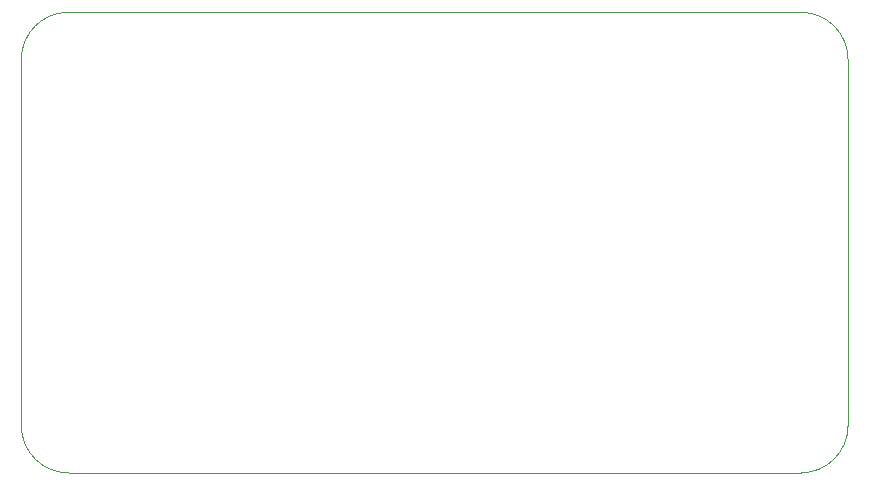
<source format=gbr>
%TF.GenerationSoftware,KiCad,Pcbnew,8.0.3*%
%TF.CreationDate,2024-06-07T01:40:52+12:00*%
%TF.ProjectId,microcontroller,6d696372-6f63-46f6-9e74-726f6c6c6572,0.1.2*%
%TF.SameCoordinates,Original*%
%TF.FileFunction,Profile,NP*%
%FSLAX46Y46*%
G04 Gerber Fmt 4.6, Leading zero omitted, Abs format (unit mm)*
G04 Created by KiCad (PCBNEW 8.0.3) date 2024-06-07 01:40:52*
%MOMM*%
%LPD*%
G01*
G04 APERTURE LIST*
%TA.AperFunction,Profile*%
%ADD10C,0.100000*%
%TD*%
G04 APERTURE END LIST*
D10*
X120000000Y-66000000D02*
X182000000Y-66000000D01*
X186000000Y-70000000D02*
X186000000Y-101000000D01*
X182000000Y-105000000D02*
X120000000Y-105000000D01*
X120000000Y-105000000D02*
G75*
G02*
X116000000Y-101000000I0J4000000D01*
G01*
X116000000Y-101000000D02*
X116000000Y-70000000D01*
X186000000Y-101000000D02*
G75*
G02*
X182000000Y-105000000I-4000000J0D01*
G01*
X116000000Y-70000000D02*
G75*
G02*
X120000000Y-66000000I4000000J0D01*
G01*
X182000000Y-66000000D02*
G75*
G02*
X186000000Y-70000000I0J-4000000D01*
G01*
M02*

</source>
